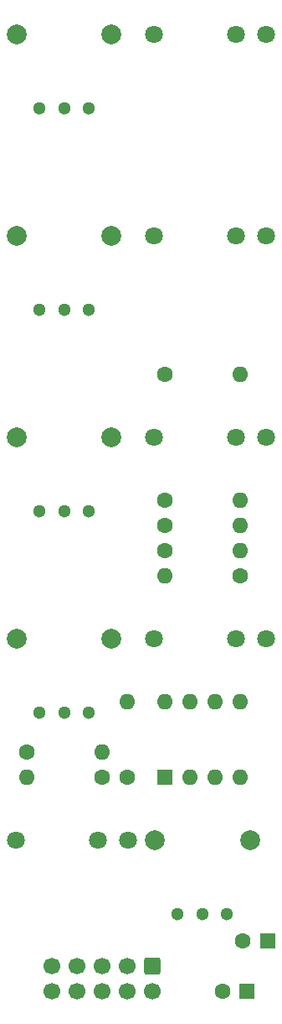
<source format=gbr>
%TF.GenerationSoftware,KiCad,Pcbnew,8.0.1-8.0.1-1~ubuntu22.04.1*%
%TF.CreationDate,2024-04-12T07:50:43+02:00*%
%TF.ProjectId,HagiwoEurorackMixer_PCBOnly,48616769-776f-4457-9572-6f7261636b4d,rev?*%
%TF.SameCoordinates,Original*%
%TF.FileFunction,Soldermask,Bot*%
%TF.FilePolarity,Negative*%
%FSLAX46Y46*%
G04 Gerber Fmt 4.6, Leading zero omitted, Abs format (unit mm)*
G04 Created by KiCad (PCBNEW 8.0.1-8.0.1-1~ubuntu22.04.1) date 2024-04-12 07:50:43*
%MOMM*%
%LPD*%
G01*
G04 APERTURE LIST*
G04 Aperture macros list*
%AMRoundRect*
0 Rectangle with rounded corners*
0 $1 Rounding radius*
0 $2 $3 $4 $5 $6 $7 $8 $9 X,Y pos of 4 corners*
0 Add a 4 corners polygon primitive as box body*
4,1,4,$2,$3,$4,$5,$6,$7,$8,$9,$2,$3,0*
0 Add four circle primitives for the rounded corners*
1,1,$1+$1,$2,$3*
1,1,$1+$1,$4,$5*
1,1,$1+$1,$6,$7*
1,1,$1+$1,$8,$9*
0 Add four rect primitives between the rounded corners*
20,1,$1+$1,$2,$3,$4,$5,0*
20,1,$1+$1,$4,$5,$6,$7,0*
20,1,$1+$1,$6,$7,$8,$9,0*
20,1,$1+$1,$8,$9,$2,$3,0*%
G04 Aperture macros list end*
%ADD10C,1.800000*%
%ADD11C,1.600000*%
%ADD12O,1.600000X1.600000*%
%ADD13C,2.000000*%
%ADD14C,1.300000*%
%ADD15R,1.600000X1.600000*%
%ADD16RoundRect,0.250000X-0.600000X0.600000X-0.600000X-0.600000X0.600000X-0.600000X0.600000X0.600000X0*%
%ADD17C,1.700000*%
G04 APERTURE END LIST*
D10*
%TO.C,J3*%
X96370000Y-93800000D03*
X84970000Y-93800000D03*
X93270000Y-93800000D03*
%TD*%
D11*
%TO.C,R5*%
X93700000Y-107770000D03*
D12*
X86080000Y-107770000D03*
%TD*%
D11*
%TO.C,R7*%
X82270000Y-128090000D03*
D12*
X82270000Y-120470000D03*
%TD*%
D10*
%TO.C,J5*%
X82400000Y-134440000D03*
X71000000Y-134440000D03*
X79300000Y-134440000D03*
%TD*%
D13*
%TO.C,RV4*%
X71120000Y-114120000D03*
X80720000Y-114120000D03*
D14*
X73420000Y-121620000D03*
X75920000Y-121620000D03*
X78420000Y-121620000D03*
%TD*%
D11*
%TO.C,R4*%
X86080000Y-105230000D03*
D12*
X93700000Y-105230000D03*
%TD*%
D15*
%TO.C,C2*%
X96494000Y-144600000D03*
D11*
X93994000Y-144600000D03*
%TD*%
D15*
%TO.C,U2*%
X86080000Y-128090000D03*
D12*
X88620000Y-128090000D03*
X91160000Y-128090000D03*
X93700000Y-128090000D03*
X93700000Y-120470000D03*
X91160000Y-120470000D03*
X88620000Y-120470000D03*
X86080000Y-120470000D03*
%TD*%
D16*
%TO.C,J6*%
X84810000Y-147140000D03*
D17*
X84810000Y-149680000D03*
X82270000Y-147140000D03*
X82270000Y-149680000D03*
X79730000Y-147140000D03*
X79730000Y-149680000D03*
X77190000Y-147140000D03*
X77190000Y-149680000D03*
X74650000Y-147140000D03*
X74650000Y-149680000D03*
%TD*%
D13*
%TO.C,RV5*%
X85097034Y-134440000D03*
X94697034Y-134440000D03*
D14*
X87397034Y-141940000D03*
X89897034Y-141940000D03*
X92397034Y-141940000D03*
%TD*%
D11*
%TO.C,R1*%
X86080000Y-87450000D03*
D12*
X93700000Y-87450000D03*
%TD*%
D13*
%TO.C,RV1*%
X71120000Y-53160000D03*
X80720000Y-53160000D03*
D14*
X73420000Y-60660000D03*
X75920000Y-60660000D03*
X78420000Y-60660000D03*
%TD*%
D15*
%TO.C,C1*%
X94422000Y-149680000D03*
D11*
X91922000Y-149680000D03*
%TD*%
%TO.C,R3*%
X86080000Y-102690000D03*
D12*
X93700000Y-102690000D03*
%TD*%
D10*
%TO.C,J2*%
X96370000Y-73480000D03*
X84970000Y-73480000D03*
X93270000Y-73480000D03*
%TD*%
D11*
%TO.C,R6*%
X72110000Y-125550000D03*
D12*
X79730000Y-125550000D03*
%TD*%
D13*
%TO.C,RV3*%
X71120000Y-93800000D03*
X80720000Y-93800000D03*
D14*
X73420000Y-101300000D03*
X75920000Y-101300000D03*
X78420000Y-101300000D03*
%TD*%
D11*
%TO.C,R8*%
X79730000Y-128090000D03*
D12*
X72110000Y-128090000D03*
%TD*%
D10*
%TO.C,J4*%
X96370000Y-114120000D03*
X84970000Y-114120000D03*
X93270000Y-114120000D03*
%TD*%
%TO.C,J1*%
X96370000Y-53160000D03*
X84970000Y-53160000D03*
X93270000Y-53160000D03*
%TD*%
D13*
%TO.C,RV2*%
X71120000Y-73480000D03*
X80720000Y-73480000D03*
D14*
X73420000Y-80980000D03*
X75920000Y-80980000D03*
X78420000Y-80980000D03*
%TD*%
D11*
%TO.C,R2*%
X86080000Y-100150000D03*
D12*
X93700000Y-100150000D03*
%TD*%
M02*

</source>
